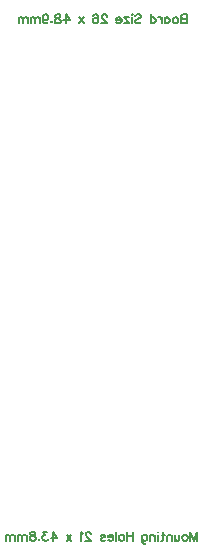
<source format=gbo>
G04 Layer: BottomSilkscreenLayer*
G04 EasyEDA v6.5.20, 2022-10-25 13:43:38*
G04 140ee39b9ffe45fd8fe92b6b1275b3e1,2b06a704b0b744f5a7d1a44ad6c904bc,10*
G04 Gerber Generator version 0.2*
G04 Scale: 100 percent, Rotated: No, Reflected: No *
G04 Dimensions in millimeters *
G04 leading zeros omitted , absolute positions ,4 integer and 5 decimal *
%FSLAX45Y45*%
%MOMM*%

%ADD10C,0.1520*%

%LPD*%
D10*
X1854200Y41315D02*
G01*
X1854200Y-33807D01*
X1854200Y41315D02*
G01*
X1825581Y-33807D01*
X1796963Y41315D02*
G01*
X1825581Y-33807D01*
X1796963Y41315D02*
G01*
X1796963Y-33807D01*
X1755467Y16273D02*
G01*
X1762622Y12697D01*
X1769775Y5542D01*
X1773354Y-5189D01*
X1773354Y-12344D01*
X1769775Y-23075D01*
X1762622Y-30231D01*
X1755467Y-33807D01*
X1744736Y-33807D01*
X1737580Y-30231D01*
X1730425Y-23075D01*
X1726849Y-12344D01*
X1726849Y-5189D01*
X1730425Y5542D01*
X1737580Y12697D01*
X1744736Y16273D01*
X1755467Y16273D01*
X1703240Y16273D02*
G01*
X1703240Y-19497D01*
X1699661Y-30231D01*
X1692506Y-33807D01*
X1681774Y-33807D01*
X1674621Y-30231D01*
X1663887Y-19497D01*
X1663887Y16273D02*
G01*
X1663887Y-33807D01*
X1640278Y16273D02*
G01*
X1640278Y-33807D01*
X1640278Y1965D02*
G01*
X1629547Y12697D01*
X1622391Y16273D01*
X1611660Y16273D01*
X1604505Y12697D01*
X1600928Y1965D01*
X1600928Y-33807D01*
X1566588Y41315D02*
G01*
X1566588Y-19497D01*
X1563009Y-30231D01*
X1555856Y-33807D01*
X1548701Y-33807D01*
X1577319Y16273D02*
G01*
X1552277Y16273D01*
X1525089Y41315D02*
G01*
X1521513Y37739D01*
X1517937Y41315D01*
X1521513Y44891D01*
X1525089Y41315D01*
X1521513Y16273D02*
G01*
X1521513Y-33807D01*
X1494325Y16273D02*
G01*
X1494325Y-33807D01*
X1494325Y1965D02*
G01*
X1483593Y12697D01*
X1476441Y16273D01*
X1465706Y16273D01*
X1458554Y12697D01*
X1454975Y1965D01*
X1454975Y-33807D01*
X1388440Y16273D02*
G01*
X1388440Y-40962D01*
X1392016Y-51694D01*
X1395592Y-55270D01*
X1402748Y-58849D01*
X1413479Y-58849D01*
X1420634Y-55270D01*
X1388440Y5542D02*
G01*
X1395592Y12697D01*
X1402748Y16273D01*
X1413479Y16273D01*
X1420634Y12697D01*
X1427789Y5542D01*
X1431366Y-5189D01*
X1431366Y-12344D01*
X1427789Y-23075D01*
X1420634Y-30231D01*
X1413479Y-33807D01*
X1402748Y-33807D01*
X1395592Y-30231D01*
X1388440Y-23075D01*
X1309738Y41315D02*
G01*
X1309738Y-33807D01*
X1259657Y41315D02*
G01*
X1259657Y-33807D01*
X1309738Y5542D02*
G01*
X1259657Y5542D01*
X1218161Y16273D02*
G01*
X1225316Y12697D01*
X1232468Y5542D01*
X1236047Y-5189D01*
X1236047Y-12344D01*
X1232468Y-23075D01*
X1225316Y-30231D01*
X1218161Y-33807D01*
X1207429Y-33807D01*
X1200274Y-30231D01*
X1193119Y-23075D01*
X1189542Y-12344D01*
X1189542Y-5189D01*
X1193119Y5542D01*
X1200274Y12697D01*
X1207429Y16273D01*
X1218161Y16273D01*
X1165933Y41315D02*
G01*
X1165933Y-33807D01*
X1142321Y-5189D02*
G01*
X1099395Y-5189D01*
X1099395Y1965D01*
X1102972Y9121D01*
X1106551Y12697D01*
X1113703Y16273D01*
X1124435Y16273D01*
X1131590Y12697D01*
X1138745Y5542D01*
X1142321Y-5189D01*
X1142321Y-12344D01*
X1138745Y-23075D01*
X1131590Y-30231D01*
X1124435Y-33807D01*
X1113703Y-33807D01*
X1106551Y-30231D01*
X1099395Y-23075D01*
X1036434Y5542D02*
G01*
X1040013Y12697D01*
X1050744Y16273D01*
X1061476Y16273D01*
X1072207Y12697D01*
X1075786Y5542D01*
X1072207Y-1612D01*
X1065052Y-5189D01*
X1047168Y-8765D01*
X1040013Y-12344D01*
X1036434Y-19497D01*
X1036434Y-23075D01*
X1040013Y-30231D01*
X1050744Y-33807D01*
X1061476Y-33807D01*
X1072207Y-30231D01*
X1075786Y-23075D01*
X954158Y23428D02*
G01*
X954158Y27005D01*
X950579Y34160D01*
X947003Y37739D01*
X939848Y41315D01*
X925540Y41315D01*
X918385Y37739D01*
X914808Y34160D01*
X911230Y27005D01*
X911230Y19852D01*
X914808Y12697D01*
X921961Y1965D01*
X957734Y-33807D01*
X907653Y-33807D01*
X884044Y27005D02*
G01*
X876889Y30584D01*
X866157Y41315D01*
X866157Y-33807D01*
X787458Y16273D02*
G01*
X748106Y-33807D01*
X748106Y16273D02*
G01*
X787458Y-33807D01*
X633633Y41315D02*
G01*
X669406Y-8765D01*
X615749Y-8765D01*
X633633Y41315D02*
G01*
X633633Y-33807D01*
X584984Y41315D02*
G01*
X545632Y41315D01*
X567098Y12697D01*
X556366Y12697D01*
X549211Y9121D01*
X545632Y5542D01*
X542056Y-5189D01*
X542056Y-12344D01*
X545632Y-23075D01*
X552787Y-30231D01*
X563519Y-33807D01*
X574250Y-33807D01*
X584984Y-30231D01*
X588561Y-26652D01*
X592137Y-19497D01*
X514868Y-15920D02*
G01*
X518447Y-19497D01*
X514868Y-23075D01*
X511291Y-19497D01*
X514868Y-15920D01*
X469795Y41315D02*
G01*
X480527Y37739D01*
X484103Y30584D01*
X484103Y23428D01*
X480527Y16273D01*
X473372Y12697D01*
X459064Y9121D01*
X448332Y5542D01*
X441177Y-1612D01*
X437598Y-8765D01*
X437598Y-19497D01*
X441177Y-26652D01*
X444754Y-30231D01*
X455485Y-33807D01*
X469795Y-33807D01*
X480527Y-30231D01*
X484103Y-26652D01*
X487682Y-19497D01*
X487682Y-8765D01*
X484103Y-1612D01*
X476951Y5542D01*
X466217Y9121D01*
X451909Y12697D01*
X444754Y16273D01*
X441177Y23428D01*
X441177Y30584D01*
X444754Y37739D01*
X455485Y41315D01*
X469795Y41315D01*
X413989Y16273D02*
G01*
X413989Y-33807D01*
X413989Y1965D02*
G01*
X403258Y12697D01*
X396102Y16273D01*
X385371Y16273D01*
X378216Y12697D01*
X374639Y1965D01*
X374639Y-33807D01*
X374639Y1965D02*
G01*
X363908Y12697D01*
X356753Y16273D01*
X346021Y16273D01*
X338866Y12697D01*
X335290Y1965D01*
X335290Y-33807D01*
X311680Y16273D02*
G01*
X311680Y-33807D01*
X311680Y1965D02*
G01*
X300949Y12697D01*
X293794Y16273D01*
X283062Y16273D01*
X275907Y12697D01*
X272331Y1965D01*
X272331Y-33807D01*
X272331Y1965D02*
G01*
X261597Y12697D01*
X254444Y16273D01*
X243712Y16273D01*
X236557Y12697D01*
X232978Y1965D01*
X232978Y-33807D01*
X1765300Y4422815D02*
G01*
X1765300Y4347692D01*
X1765300Y4422815D02*
G01*
X1733105Y4422815D01*
X1722371Y4419239D01*
X1718795Y4415660D01*
X1715218Y4408505D01*
X1715218Y4401352D01*
X1718795Y4394197D01*
X1722371Y4390621D01*
X1733105Y4387042D01*
X1765300Y4387042D02*
G01*
X1733105Y4387042D01*
X1722371Y4383465D01*
X1718795Y4379887D01*
X1715218Y4372734D01*
X1715218Y4362002D01*
X1718795Y4354847D01*
X1722371Y4351268D01*
X1733105Y4347692D01*
X1765300Y4347692D01*
X1673722Y4397773D02*
G01*
X1680875Y4394197D01*
X1688030Y4387042D01*
X1691606Y4376310D01*
X1691606Y4369155D01*
X1688030Y4358424D01*
X1680875Y4351268D01*
X1673722Y4347692D01*
X1662988Y4347692D01*
X1655836Y4351268D01*
X1648680Y4358424D01*
X1645104Y4369155D01*
X1645104Y4376310D01*
X1648680Y4387042D01*
X1655836Y4394197D01*
X1662988Y4397773D01*
X1673722Y4397773D01*
X1578566Y4397773D02*
G01*
X1578566Y4347692D01*
X1578566Y4387042D02*
G01*
X1585721Y4394197D01*
X1592874Y4397773D01*
X1603606Y4397773D01*
X1610761Y4394197D01*
X1617916Y4387042D01*
X1621492Y4376310D01*
X1621492Y4369155D01*
X1617916Y4358424D01*
X1610761Y4351268D01*
X1603606Y4347692D01*
X1592874Y4347692D01*
X1585721Y4351268D01*
X1578566Y4358424D01*
X1554957Y4397773D02*
G01*
X1554957Y4347692D01*
X1554957Y4376310D02*
G01*
X1551378Y4387042D01*
X1544223Y4394197D01*
X1537070Y4397773D01*
X1526339Y4397773D01*
X1459801Y4422815D02*
G01*
X1459801Y4347692D01*
X1459801Y4387042D02*
G01*
X1466956Y4394197D01*
X1474109Y4397773D01*
X1484840Y4397773D01*
X1491995Y4394197D01*
X1499151Y4387042D01*
X1502727Y4376310D01*
X1502727Y4369155D01*
X1499151Y4358424D01*
X1491995Y4351268D01*
X1484840Y4347692D01*
X1474109Y4347692D01*
X1466956Y4351268D01*
X1459801Y4358424D01*
X1331018Y4412084D02*
G01*
X1338173Y4419239D01*
X1348905Y4422815D01*
X1363215Y4422815D01*
X1373946Y4419239D01*
X1381102Y4412084D01*
X1381102Y4404928D01*
X1377523Y4397773D01*
X1373946Y4394197D01*
X1366791Y4390621D01*
X1345328Y4383465D01*
X1338173Y4379887D01*
X1334597Y4376310D01*
X1331018Y4369155D01*
X1331018Y4358424D01*
X1338173Y4351268D01*
X1348905Y4347692D01*
X1363215Y4347692D01*
X1373946Y4351268D01*
X1381102Y4358424D01*
X1307409Y4422815D02*
G01*
X1303832Y4419239D01*
X1300253Y4422815D01*
X1303832Y4426391D01*
X1307409Y4422815D01*
X1303832Y4397773D02*
G01*
X1303832Y4347692D01*
X1237294Y4397773D02*
G01*
X1276644Y4347692D01*
X1276644Y4397773D02*
G01*
X1237294Y4397773D01*
X1276644Y4347692D02*
G01*
X1237294Y4347692D01*
X1213685Y4376310D02*
G01*
X1170757Y4376310D01*
X1170757Y4383465D01*
X1174333Y4390621D01*
X1177912Y4394197D01*
X1185067Y4397773D01*
X1195798Y4397773D01*
X1202951Y4394197D01*
X1210106Y4387042D01*
X1213685Y4376310D01*
X1213685Y4369155D01*
X1210106Y4358424D01*
X1202951Y4351268D01*
X1195798Y4347692D01*
X1185067Y4347692D01*
X1177912Y4351268D01*
X1170757Y4358424D01*
X1088478Y4404928D02*
G01*
X1088478Y4408505D01*
X1084902Y4415660D01*
X1081326Y4419239D01*
X1074171Y4422815D01*
X1059860Y4422815D01*
X1052708Y4419239D01*
X1049129Y4415660D01*
X1045552Y4408505D01*
X1045552Y4401352D01*
X1049129Y4394197D01*
X1056284Y4383465D01*
X1092057Y4347692D01*
X1041976Y4347692D01*
X975438Y4412084D02*
G01*
X979015Y4419239D01*
X989746Y4422815D01*
X996901Y4422815D01*
X1007633Y4419239D01*
X1014788Y4408505D01*
X1018364Y4390621D01*
X1018364Y4372734D01*
X1014788Y4358424D01*
X1007633Y4351268D01*
X996901Y4347692D01*
X993325Y4347692D01*
X982593Y4351268D01*
X975438Y4358424D01*
X971859Y4369155D01*
X971859Y4372734D01*
X975438Y4383465D01*
X982593Y4390621D01*
X993325Y4394197D01*
X996901Y4394197D01*
X1007633Y4390621D01*
X1014788Y4383465D01*
X1018364Y4372734D01*
X893160Y4397773D02*
G01*
X853810Y4347692D01*
X853810Y4397773D02*
G01*
X893160Y4347692D01*
X739338Y4422815D02*
G01*
X775111Y4372734D01*
X721451Y4372734D01*
X739338Y4422815D02*
G01*
X739338Y4347692D01*
X679955Y4422815D02*
G01*
X690686Y4419239D01*
X694263Y4412084D01*
X694263Y4404928D01*
X690686Y4397773D01*
X683531Y4394197D01*
X669223Y4390621D01*
X658492Y4387042D01*
X651337Y4379887D01*
X647760Y4372734D01*
X647760Y4362002D01*
X651337Y4354847D01*
X654913Y4351268D01*
X665645Y4347692D01*
X679955Y4347692D01*
X690686Y4351268D01*
X694263Y4354847D01*
X697842Y4362002D01*
X697842Y4372734D01*
X694263Y4379887D01*
X687110Y4387042D01*
X676379Y4390621D01*
X662068Y4394197D01*
X654913Y4397773D01*
X651337Y4404928D01*
X651337Y4412084D01*
X654913Y4419239D01*
X665645Y4422815D01*
X679955Y4422815D01*
X620572Y4365579D02*
G01*
X624149Y4362002D01*
X620572Y4358424D01*
X616996Y4362002D01*
X620572Y4365579D01*
X546879Y4397773D02*
G01*
X550458Y4387042D01*
X557613Y4379887D01*
X568345Y4376310D01*
X571921Y4376310D01*
X582653Y4379887D01*
X589808Y4387042D01*
X593384Y4397773D01*
X593384Y4401352D01*
X589808Y4412084D01*
X582653Y4419239D01*
X571921Y4422815D01*
X568345Y4422815D01*
X557613Y4419239D01*
X550458Y4412084D01*
X546879Y4397773D01*
X546879Y4379887D01*
X550458Y4362002D01*
X557613Y4351268D01*
X568345Y4347692D01*
X575497Y4347692D01*
X586231Y4351268D01*
X589808Y4358424D01*
X523270Y4397773D02*
G01*
X523270Y4347692D01*
X523270Y4383465D02*
G01*
X512538Y4394197D01*
X505383Y4397773D01*
X494652Y4397773D01*
X487497Y4394197D01*
X483920Y4383465D01*
X483920Y4347692D01*
X483920Y4383465D02*
G01*
X473189Y4394197D01*
X466034Y4397773D01*
X455302Y4397773D01*
X448147Y4394197D01*
X444571Y4383465D01*
X444571Y4347692D01*
X420961Y4397773D02*
G01*
X420961Y4347692D01*
X420961Y4383465D02*
G01*
X410230Y4394197D01*
X403075Y4397773D01*
X392343Y4397773D01*
X385188Y4394197D01*
X381612Y4383465D01*
X381612Y4347692D01*
X381612Y4383465D02*
G01*
X370878Y4394197D01*
X363725Y4397773D01*
X352993Y4397773D01*
X345838Y4394197D01*
X342259Y4383465D01*
X342259Y4347692D01*
M02*

</source>
